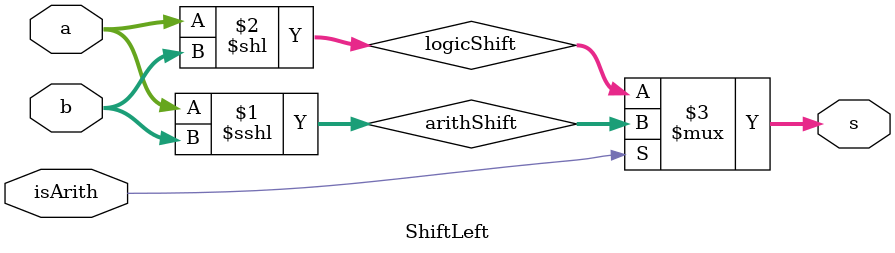
<source format=sv>
module ShiftLeft #(parameter bus = 32)
	(input logic [bus-1:0] a, b, input logic isArith, output logic [bus-1:0] s);
	
	// FIX: arithShift must be a logic singned variable
	logic signed [bus-1:0] arithShift;
	logic [bus-1:0] logicShift;
	
	assign arithShift = $signed(a) <<< b;
	assign logicShift = $signed(a) << b;
	
	assign s = isArith? arithShift : logicShift;
	
endmodule


</source>
